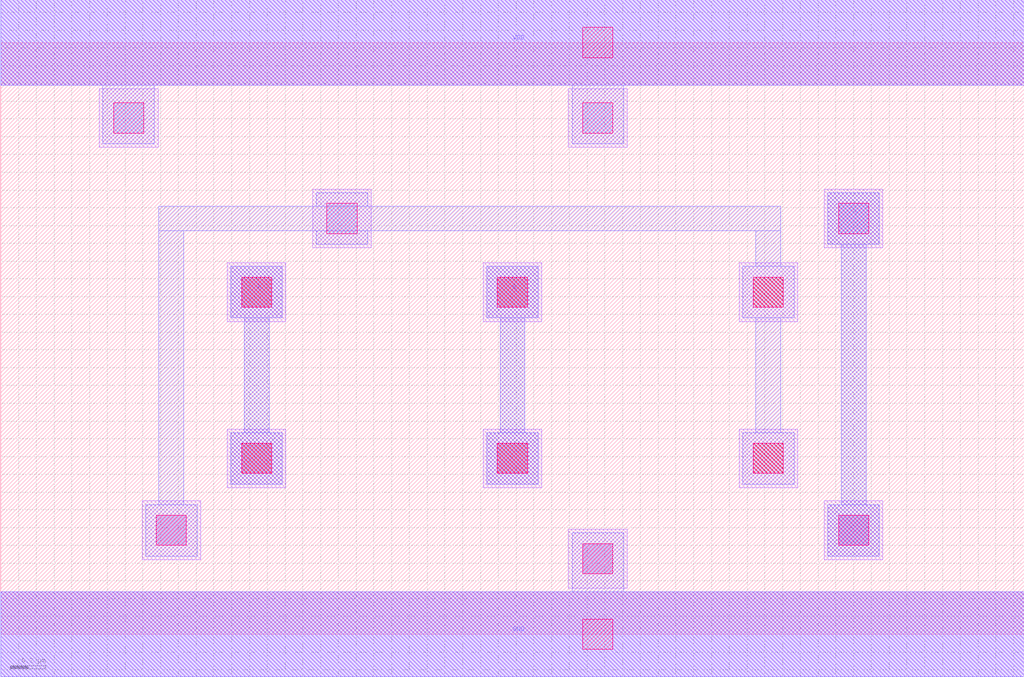
<source format=lef>
MACRO AND2X2
 CLASS CORE ;
 FOREIGN AND2X2 0 0 ;
 SIZE 5.76 BY 3.33 ;
 ORIGIN 0 0 ;
 SYMMETRY X Y R90 ;
 SITE unit ;
  PIN VDD
   DIRECTION INOUT ;
   USE POWER ;
   SHAPE ABUTMENT ;
    PORT
     CLASS CORE ;
       LAYER li1 ;
        RECT 0.00000000 3.09000000 5.76000000 3.57000000 ;
       LAYER met1 ;
        RECT 0.00000000 3.09000000 5.76000000 3.57000000 ;
    END
  END VDD

  PIN GND
   DIRECTION INOUT ;
   USE POWER ;
   SHAPE ABUTMENT ;
    PORT
     CLASS CORE ;
       LAYER li1 ;
        RECT 0.00000000 -0.24000000 5.76000000 0.24000000 ;
       LAYER met1 ;
        RECT 0.00000000 -0.24000000 5.76000000 0.24000000 ;
    END
  END GND

  PIN Y
   DIRECTION INOUT ;
   USE SIGNAL ;
   SHAPE ABUTMENT ;
    PORT
     CLASS CORE ;
       LAYER met1 ;
        RECT 4.65500000 0.44000000 4.94500000 0.73000000 ;
        RECT 4.73000000 0.73000000 4.87000000 2.19500000 ;
        RECT 4.65500000 2.19500000 4.94500000 2.48500000 ;
    END
  END Y

  PIN B
   DIRECTION INOUT ;
   USE SIGNAL ;
   SHAPE ABUTMENT ;
    PORT
     CLASS CORE ;
       LAYER met1 ;
        RECT 2.73500000 0.84500000 3.02500000 1.13500000 ;
        RECT 2.81000000 1.13500000 2.95000000 1.78000000 ;
        RECT 2.73500000 1.78000000 3.02500000 2.07000000 ;
    END
  END B

  PIN A
   DIRECTION INOUT ;
   USE SIGNAL ;
   SHAPE ABUTMENT ;
    PORT
     CLASS CORE ;
       LAYER met1 ;
        RECT 1.29500000 0.84500000 1.58500000 1.13500000 ;
        RECT 1.37000000 1.13500000 1.51000000 1.78000000 ;
        RECT 1.29500000 1.78000000 1.58500000 2.07000000 ;
    END
  END A

 OBS
    LAYER polycont ;
     RECT 1.35500000 0.90500000 1.52500000 1.07500000 ;
     RECT 2.79500000 0.90500000 2.96500000 1.07500000 ;
     RECT 4.23500000 0.90500000 4.40500000 1.07500000 ;
     RECT 1.35500000 1.84000000 1.52500000 2.01000000 ;
     RECT 2.79500000 1.84000000 2.96500000 2.01000000 ;
     RECT 4.23500000 1.84000000 4.40500000 2.01000000 ;

    LAYER pdiffc ;
     RECT 1.83500000 2.25500000 2.00500000 2.42500000 ;
     RECT 4.71500000 2.25500000 4.88500000 2.42500000 ;
     RECT 0.63500000 2.82000000 0.80500000 2.99000000 ;
     RECT 3.27500000 2.82000000 3.44500000 2.99000000 ;

    LAYER ndiffc ;
     RECT 3.27500000 0.34000000 3.44500000 0.51000000 ;
     RECT 0.87500000 0.50000000 1.04500000 0.67000000 ;
     RECT 4.71500000 0.50000000 4.88500000 0.67000000 ;

    LAYER li1 ;
     RECT 0.00000000 -0.24000000 5.76000000 0.24000000 ;
     RECT 3.19500000 0.26000000 3.52500000 0.59000000 ;
     RECT 0.79500000 0.42000000 1.12500000 0.75000000 ;
     RECT 4.63500000 0.42000000 4.96500000 0.75000000 ;
     RECT 1.27500000 0.82500000 1.60500000 1.15500000 ;
     RECT 2.71500000 0.82500000 3.04500000 1.15500000 ;
     RECT 4.15500000 0.82500000 4.48500000 1.15500000 ;
     RECT 1.27500000 1.76000000 1.60500000 2.09000000 ;
     RECT 2.71500000 1.76000000 3.04500000 2.09000000 ;
     RECT 4.15500000 1.76000000 4.48500000 2.09000000 ;
     RECT 1.75500000 2.17500000 2.08500000 2.50500000 ;
     RECT 4.63500000 2.17500000 4.96500000 2.50500000 ;
     RECT 0.55500000 2.74000000 0.88500000 3.07000000 ;
     RECT 3.19500000 2.74000000 3.52500000 3.07000000 ;
     RECT 0.00000000 3.09000000 5.76000000 3.57000000 ;

    LAYER viali ;
     RECT 3.27500000 -0.08500000 3.44500000 0.08500000 ;
     RECT 3.27500000 0.34000000 3.44500000 0.51000000 ;
     RECT 0.87500000 0.50000000 1.04500000 0.67000000 ;
     RECT 4.71500000 0.50000000 4.88500000 0.67000000 ;
     RECT 1.35500000 0.90500000 1.52500000 1.07500000 ;
     RECT 2.79500000 0.90500000 2.96500000 1.07500000 ;
     RECT 4.23500000 0.90500000 4.40500000 1.07500000 ;
     RECT 1.35500000 1.84000000 1.52500000 2.01000000 ;
     RECT 2.79500000 1.84000000 2.96500000 2.01000000 ;
     RECT 4.23500000 1.84000000 4.40500000 2.01000000 ;
     RECT 1.83500000 2.25500000 2.00500000 2.42500000 ;
     RECT 4.71500000 2.25500000 4.88500000 2.42500000 ;
     RECT 0.63500000 2.82000000 0.80500000 2.99000000 ;
     RECT 3.27500000 2.82000000 3.44500000 2.99000000 ;
     RECT 3.27500000 3.24500000 3.44500000 3.41500000 ;

    LAYER met1 ;
     RECT 0.00000000 -0.24000000 5.76000000 0.24000000 ;
     RECT 3.21500000 0.24000000 3.50500000 0.57000000 ;
     RECT 1.29500000 0.84500000 1.58500000 1.13500000 ;
     RECT 1.37000000 1.13500000 1.51000000 1.78000000 ;
     RECT 1.29500000 1.78000000 1.58500000 2.07000000 ;
     RECT 2.73500000 0.84500000 3.02500000 1.13500000 ;
     RECT 2.81000000 1.13500000 2.95000000 1.78000000 ;
     RECT 2.73500000 1.78000000 3.02500000 2.07000000 ;
     RECT 0.81500000 0.44000000 1.10500000 0.73000000 ;
     RECT 4.17500000 0.84500000 4.46500000 1.13500000 ;
     RECT 4.25000000 1.13500000 4.39000000 1.78000000 ;
     RECT 4.17500000 1.78000000 4.46500000 2.07000000 ;
     RECT 0.89000000 0.73000000 1.03000000 2.27000000 ;
     RECT 1.77500000 2.19500000 2.06500000 2.27000000 ;
     RECT 4.25000000 2.07000000 4.39000000 2.27000000 ;
     RECT 0.89000000 2.27000000 4.39000000 2.41000000 ;
     RECT 1.77500000 2.41000000 2.06500000 2.48500000 ;
     RECT 4.65500000 0.44000000 4.94500000 0.73000000 ;
     RECT 4.73000000 0.73000000 4.87000000 2.19500000 ;
     RECT 4.65500000 2.19500000 4.94500000 2.48500000 ;
     RECT 0.57500000 2.76000000 0.86500000 3.09000000 ;
     RECT 3.21500000 2.76000000 3.50500000 3.09000000 ;
     RECT 0.00000000 3.09000000 5.76000000 3.57000000 ;

 END
END AND2X2

</source>
